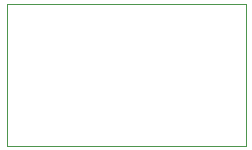
<source format=gbr>
%FSLAX46Y46*%
G04 Gerber Fmt 4.6, Leading zero omitted, Abs format (unit mm)*
G04 Created by KiCad (PCBNEW (2014-10-18 BZR 5203)-product) date 6/17/2015 3:02:02 PM*
%MOMM*%
G01*
G04 APERTURE LIST*
%ADD10C,0.100000*%
G04 APERTURE END LIST*
D10*
X106426000Y-100888800D02*
X106426000Y-88900000D01*
X126695200Y-100888800D02*
X106426000Y-100888800D01*
X126695200Y-88900000D02*
X126695200Y-100888800D01*
X106426000Y-88900000D02*
X126695200Y-88900000D01*
M02*

</source>
